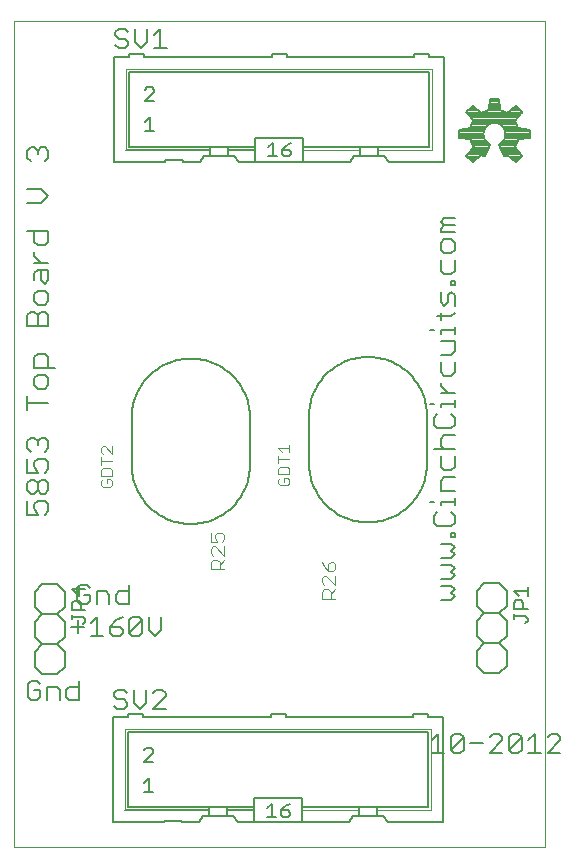
<source format=gto>
G75*
G70*
%OFA0B0*%
%FSLAX24Y24*%
%IPPOS*%
%LPD*%
%AMOC8*
5,1,8,0,0,1.08239X$1,22.5*
%
%ADD10C,0.0000*%
%ADD11C,0.0079*%
%ADD12C,0.0060*%
%ADD13C,0.0050*%
%ADD14C,0.0030*%
%ADD15C,0.0020*%
%ADD16C,0.0070*%
%ADD17C,0.0040*%
D10*
X000100Y000100D02*
X000100Y027659D01*
X017817Y027659D01*
X017817Y000100D01*
X000100Y000100D01*
D11*
X015396Y022949D02*
X015193Y023152D01*
X015435Y023449D01*
X015392Y023528D01*
X015357Y023611D01*
X015332Y023697D01*
X014951Y023736D01*
X014951Y024023D01*
X015332Y024062D01*
X015357Y024148D01*
X015392Y024231D01*
X015435Y024310D01*
X015193Y024607D01*
X015396Y024810D01*
X015693Y024568D01*
X015772Y024611D01*
X015855Y024646D01*
X015941Y024671D01*
X015980Y025052D01*
X016268Y025052D01*
X016306Y024671D01*
X016392Y024646D01*
X016475Y024611D01*
X016554Y024568D01*
X016851Y024810D01*
X017054Y024607D01*
X016812Y024310D01*
X016856Y024231D01*
X016890Y024148D01*
X016915Y024062D01*
X017296Y024023D01*
X017296Y023736D01*
X016915Y023697D01*
X016890Y023611D01*
X016856Y023528D01*
X016812Y023449D01*
X017054Y023152D01*
X016851Y022949D01*
X016554Y023191D01*
X016495Y023158D01*
X016434Y023129D01*
X016265Y023539D01*
X016329Y023573D01*
X016385Y023619D01*
X016431Y023674D01*
X016465Y023738D01*
X016486Y023808D01*
X016493Y023880D01*
X016486Y023952D01*
X016465Y024021D01*
X016431Y024085D01*
X016385Y024141D01*
X016329Y024186D01*
X016265Y024221D01*
X016196Y024242D01*
X016124Y024249D01*
X016052Y024242D01*
X015982Y024221D01*
X015919Y024186D01*
X015863Y024141D01*
X015817Y024085D01*
X015783Y024021D01*
X015762Y023952D01*
X015755Y023880D01*
X015762Y023808D01*
X015783Y023738D01*
X015817Y023674D01*
X015863Y023619D01*
X015919Y023573D01*
X015982Y023539D01*
X015813Y023129D01*
X015752Y023158D01*
X015693Y023191D01*
X015396Y022949D01*
X015382Y022963D02*
X015414Y022963D01*
X015509Y023040D02*
X015305Y023040D01*
X015228Y023118D02*
X015603Y023118D01*
X015840Y023195D02*
X015228Y023195D01*
X015291Y023272D02*
X015872Y023272D01*
X015904Y023349D02*
X015354Y023349D01*
X015417Y023427D02*
X015936Y023427D01*
X015968Y023504D02*
X015405Y023504D01*
X015370Y023581D02*
X015908Y023581D01*
X015830Y023658D02*
X015344Y023658D01*
X015159Y024045D02*
X015795Y024045D01*
X015766Y023967D02*
X014951Y023967D01*
X014951Y023890D02*
X015756Y023890D01*
X015761Y023813D02*
X014951Y023813D01*
X014952Y023736D02*
X015784Y023736D01*
X015847Y024122D02*
X015350Y024122D01*
X015378Y024199D02*
X015942Y024199D01*
X015724Y024585D02*
X016523Y024585D01*
X016575Y024585D02*
X017037Y024585D01*
X016999Y024662D02*
X016670Y024662D01*
X016764Y024740D02*
X016921Y024740D01*
X016974Y024508D02*
X015273Y024508D01*
X015210Y024585D02*
X015672Y024585D01*
X015578Y024662D02*
X015249Y024662D01*
X015326Y024740D02*
X015483Y024740D01*
X015336Y024431D02*
X016911Y024431D01*
X016848Y024353D02*
X015399Y024353D01*
X015417Y024276D02*
X016831Y024276D01*
X016869Y024199D02*
X016305Y024199D01*
X016400Y024122D02*
X016898Y024122D01*
X017089Y024045D02*
X016452Y024045D01*
X016481Y023967D02*
X017296Y023967D01*
X017296Y023890D02*
X016492Y023890D01*
X016486Y023813D02*
X017296Y023813D01*
X017296Y023736D02*
X016463Y023736D01*
X016417Y023658D02*
X016904Y023658D01*
X016878Y023581D02*
X016339Y023581D01*
X016279Y023504D02*
X016842Y023504D01*
X016831Y023427D02*
X016311Y023427D01*
X016343Y023349D02*
X016894Y023349D01*
X016957Y023272D02*
X016375Y023272D01*
X016407Y023195D02*
X017020Y023195D01*
X017020Y023118D02*
X016644Y023118D01*
X016738Y023040D02*
X016942Y023040D01*
X016865Y022963D02*
X016833Y022963D01*
X016335Y024662D02*
X015912Y024662D01*
X015948Y024740D02*
X016299Y024740D01*
X016291Y024817D02*
X015956Y024817D01*
X015964Y024894D02*
X016284Y024894D01*
X016276Y024971D02*
X015972Y024971D01*
X015979Y025049D02*
X016268Y025049D01*
D12*
X014794Y021072D02*
X014444Y021072D01*
X014327Y020955D01*
X014444Y020838D01*
X014794Y020838D01*
X014794Y020605D02*
X014327Y020605D01*
X014327Y020722D01*
X014444Y020838D01*
X014444Y020372D02*
X014327Y020255D01*
X014327Y020022D01*
X014444Y019905D01*
X014678Y019905D01*
X014794Y020022D01*
X014794Y020255D01*
X014678Y020372D01*
X014444Y020372D01*
X014327Y019672D02*
X014327Y019322D01*
X014444Y019205D01*
X014678Y019205D01*
X014794Y019322D01*
X014794Y019672D01*
X014794Y018972D02*
X014678Y018972D01*
X014678Y018855D01*
X014794Y018855D01*
X014794Y018972D01*
X014678Y018623D02*
X014561Y018506D01*
X014561Y018272D01*
X014444Y018156D01*
X014327Y018272D01*
X014327Y018623D01*
X014678Y018623D02*
X014794Y018506D01*
X014794Y018156D01*
X014794Y017923D02*
X014678Y017806D01*
X014211Y017806D01*
X014327Y017689D02*
X014327Y017923D01*
X014327Y017339D02*
X014794Y017339D01*
X014794Y017222D02*
X014794Y017456D01*
X014794Y016990D02*
X014327Y016990D01*
X014327Y017222D02*
X014327Y017339D01*
X014094Y017339D02*
X013977Y017339D01*
X014327Y016523D02*
X014678Y016523D01*
X014794Y016639D01*
X014794Y016990D01*
X014794Y016290D02*
X014794Y015940D01*
X014678Y015823D01*
X014444Y015823D01*
X014327Y015940D01*
X014327Y016290D01*
X014327Y015590D02*
X014327Y015473D01*
X014561Y015240D01*
X014794Y015240D02*
X014327Y015240D01*
X014327Y014890D02*
X014794Y014890D01*
X014794Y014773D02*
X014794Y015007D01*
X014678Y014540D02*
X014794Y014424D01*
X014794Y014190D01*
X014678Y014073D01*
X014211Y014073D01*
X014094Y014190D01*
X014094Y014424D01*
X014211Y014540D01*
X014327Y014773D02*
X014327Y014890D01*
X014094Y014890D02*
X013977Y014890D01*
X014444Y013841D02*
X014327Y013724D01*
X014327Y013490D01*
X014444Y013374D01*
X014327Y013141D02*
X014327Y012791D01*
X014444Y012674D01*
X014678Y012674D01*
X014794Y012791D01*
X014794Y013141D01*
X014794Y013374D02*
X014094Y013374D01*
X014444Y013841D02*
X014794Y013841D01*
X014794Y012441D02*
X014444Y012441D01*
X014327Y012324D01*
X014327Y011974D01*
X014794Y011974D01*
X014794Y011741D02*
X014794Y011507D01*
X014794Y011624D02*
X014327Y011624D01*
X014327Y011507D01*
X014211Y011275D02*
X014094Y011158D01*
X014094Y010924D01*
X014211Y010808D01*
X014678Y010808D01*
X014794Y010924D01*
X014794Y011158D01*
X014678Y011275D01*
X014678Y010575D02*
X014794Y010575D01*
X014794Y010458D01*
X014678Y010458D01*
X014678Y010575D01*
X014678Y010225D02*
X014327Y010225D01*
X014327Y009758D02*
X014678Y009758D01*
X014794Y009875D01*
X014678Y009991D01*
X014794Y010108D01*
X014678Y010225D01*
X014678Y009525D02*
X014327Y009525D01*
X014678Y009525D02*
X014794Y009408D01*
X014678Y009292D01*
X014794Y009175D01*
X014678Y009058D01*
X014327Y009058D01*
X014327Y008825D02*
X014678Y008825D01*
X014794Y008709D01*
X014678Y008592D01*
X014794Y008475D01*
X014678Y008358D01*
X014327Y008358D01*
X015533Y008149D02*
X015533Y008649D01*
X015783Y008899D01*
X016283Y008899D01*
X016533Y008649D01*
X016533Y008149D01*
X016283Y007899D01*
X016533Y007649D01*
X016533Y007149D01*
X016283Y006899D01*
X016533Y006649D01*
X016533Y006149D01*
X016283Y005899D01*
X015783Y005899D01*
X015533Y006149D01*
X015533Y006649D01*
X015783Y006899D01*
X015533Y007149D01*
X015533Y007649D01*
X015783Y007899D01*
X015533Y008149D01*
X015783Y007899D02*
X016283Y007899D01*
X016283Y006899D02*
X015783Y006899D01*
X016068Y003881D02*
X015961Y003774D01*
X016068Y003881D02*
X016282Y003881D01*
X016388Y003774D01*
X016388Y003667D01*
X015961Y003240D01*
X016388Y003240D01*
X016606Y003347D02*
X016606Y003774D01*
X016713Y003881D01*
X016926Y003881D01*
X017033Y003774D01*
X016606Y003347D01*
X016713Y003240D01*
X016926Y003240D01*
X017033Y003347D01*
X017033Y003774D01*
X017250Y003667D02*
X017464Y003881D01*
X017464Y003240D01*
X017677Y003240D02*
X017250Y003240D01*
X017895Y003240D02*
X018322Y003667D01*
X018322Y003774D01*
X018215Y003881D01*
X018002Y003881D01*
X017895Y003774D01*
X017895Y003240D02*
X018322Y003240D01*
X015744Y003561D02*
X015317Y003561D01*
X015099Y003774D02*
X015099Y003347D01*
X014992Y003240D01*
X014779Y003240D01*
X014672Y003347D01*
X015099Y003774D01*
X014992Y003881D01*
X014779Y003881D01*
X014672Y003774D01*
X014672Y003347D01*
X014455Y003240D02*
X014028Y003240D01*
X014241Y003240D02*
X014241Y003881D01*
X014028Y003667D01*
X013977Y011624D02*
X014094Y011624D01*
X005025Y007778D02*
X005025Y007351D01*
X004811Y007138D01*
X004598Y007351D01*
X004598Y007778D01*
X004380Y007672D02*
X003953Y007245D01*
X004060Y007138D01*
X004274Y007138D01*
X004380Y007245D01*
X004380Y007672D01*
X004274Y007778D01*
X004060Y007778D01*
X003953Y007672D01*
X003953Y007245D01*
X003736Y007245D02*
X003629Y007138D01*
X003416Y007138D01*
X003309Y007245D01*
X003309Y007458D01*
X003629Y007458D01*
X003736Y007351D01*
X003736Y007245D01*
X003522Y007672D02*
X003309Y007458D01*
X003522Y007672D02*
X003736Y007778D01*
X003612Y008201D02*
X003506Y008308D01*
X003506Y008521D01*
X003612Y008628D01*
X003933Y008628D01*
X003933Y008841D02*
X003933Y008201D01*
X003612Y008201D01*
X003288Y008201D02*
X003288Y008521D01*
X003181Y008628D01*
X002861Y008628D01*
X002861Y008201D01*
X002644Y008308D02*
X002644Y008521D01*
X002430Y008521D01*
X002217Y008308D02*
X002323Y008201D01*
X002537Y008201D01*
X002644Y008308D01*
X002878Y007778D02*
X002878Y007138D01*
X003091Y007138D02*
X002664Y007138D01*
X002447Y007458D02*
X002020Y007458D01*
X002233Y007672D02*
X002233Y007245D01*
X002664Y007565D02*
X002878Y007778D01*
X002217Y008308D02*
X002217Y008735D01*
X002323Y008841D01*
X002537Y008841D01*
X002644Y008735D01*
X001797Y008626D02*
X001797Y008126D01*
X001547Y007876D01*
X001797Y007626D01*
X001797Y007126D01*
X001547Y006876D01*
X001797Y006626D01*
X001797Y006126D01*
X001547Y005876D01*
X001047Y005876D01*
X000797Y006126D01*
X000797Y006626D01*
X001047Y006876D01*
X000797Y007126D01*
X000797Y007626D01*
X001047Y007876D01*
X000797Y008126D01*
X000797Y008626D01*
X001047Y008876D01*
X001547Y008876D01*
X001797Y008626D01*
X001547Y007876D02*
X001047Y007876D01*
X001047Y006876D02*
X001547Y006876D01*
X000883Y005652D02*
X000670Y005652D01*
X000563Y005546D01*
X000563Y005119D01*
X000670Y005012D01*
X000883Y005012D01*
X000990Y005119D01*
X000990Y005332D01*
X000777Y005332D01*
X000990Y005546D02*
X000883Y005652D01*
X001208Y005439D02*
X001208Y005012D01*
X001208Y005439D02*
X001528Y005439D01*
X001635Y005332D01*
X001635Y005012D01*
X001852Y005119D02*
X001852Y005332D01*
X001959Y005439D01*
X002279Y005439D01*
X002279Y005652D02*
X002279Y005012D01*
X001959Y005012D01*
X001852Y005119D01*
X001134Y011193D02*
X001251Y011310D01*
X001251Y011543D01*
X001134Y011660D01*
X000901Y011660D01*
X000784Y011543D01*
X000784Y011427D01*
X000901Y011193D01*
X000551Y011193D01*
X000551Y011660D01*
X000667Y011893D02*
X000784Y011893D01*
X000901Y012010D01*
X000901Y012243D01*
X001018Y012360D01*
X001134Y012360D01*
X001251Y012243D01*
X001251Y012010D01*
X001134Y011893D01*
X001018Y011893D01*
X000901Y012010D01*
X000901Y012243D02*
X000784Y012360D01*
X000667Y012360D01*
X000551Y012243D01*
X000551Y012010D01*
X000667Y011893D01*
X000551Y012593D02*
X000901Y012593D01*
X000784Y012826D01*
X000784Y012943D01*
X000901Y013060D01*
X001134Y013060D01*
X001251Y012943D01*
X001251Y012709D01*
X001134Y012593D01*
X001134Y013292D02*
X001251Y013409D01*
X001251Y013643D01*
X001134Y013759D01*
X001018Y013759D01*
X000901Y013643D01*
X000901Y013526D01*
X000901Y013643D02*
X000784Y013759D01*
X000667Y013759D01*
X000551Y013643D01*
X000551Y013409D01*
X000667Y013292D01*
X000551Y013060D02*
X000551Y012593D01*
X000551Y014692D02*
X000551Y015159D01*
X000551Y014926D02*
X001251Y014926D01*
X001134Y015392D02*
X000901Y015392D01*
X000784Y015509D01*
X000784Y015742D01*
X000901Y015859D01*
X001134Y015859D01*
X001251Y015742D01*
X001251Y015509D01*
X001134Y015392D01*
X001251Y016092D02*
X001251Y016442D01*
X001134Y016559D01*
X000901Y016559D01*
X000784Y016442D01*
X000784Y016092D01*
X001485Y016092D01*
X001251Y017491D02*
X000551Y017491D01*
X000551Y017841D01*
X000667Y017958D01*
X000784Y017958D01*
X000901Y017841D01*
X001018Y017958D01*
X001134Y017958D01*
X001251Y017841D01*
X001251Y017491D01*
X000901Y017491D02*
X000901Y017841D01*
X000901Y018191D02*
X001134Y018191D01*
X001251Y018308D01*
X001251Y018541D01*
X001134Y018658D01*
X000901Y018658D01*
X000784Y018541D01*
X000784Y018308D01*
X000901Y018191D01*
X001134Y018891D02*
X001018Y019008D01*
X001018Y019358D01*
X000901Y019358D02*
X001251Y019358D01*
X001251Y019008D01*
X001134Y018891D01*
X000784Y019008D02*
X000784Y019241D01*
X000901Y019358D01*
X001018Y019591D02*
X000784Y019824D01*
X000784Y019941D01*
X000901Y020174D02*
X000784Y020290D01*
X000784Y020641D01*
X000551Y020641D02*
X001251Y020641D01*
X001251Y020290D01*
X001134Y020174D01*
X000901Y020174D01*
X000784Y019591D02*
X001251Y019591D01*
X001018Y021573D02*
X000551Y021573D01*
X001018Y021573D02*
X001251Y021807D01*
X001018Y022040D01*
X000551Y022040D01*
X000667Y022973D02*
X000551Y023090D01*
X000551Y023323D01*
X000667Y023440D01*
X000784Y023440D01*
X000901Y023323D01*
X001018Y023440D01*
X001134Y023440D01*
X001251Y023323D01*
X001251Y023090D01*
X001134Y022973D01*
X000901Y023206D02*
X000901Y023323D01*
D13*
X003458Y022956D02*
X005158Y022956D01*
X005158Y023006D01*
X005758Y023006D01*
X005758Y022956D01*
X006308Y022956D01*
X006458Y023156D01*
X006658Y023156D01*
X007258Y023156D01*
X007458Y023156D01*
X007608Y022956D01*
X008158Y022956D01*
X008158Y023356D01*
X007258Y023356D01*
X007258Y023456D01*
X006658Y023456D01*
X003958Y023456D01*
X003958Y025956D01*
X013958Y025956D01*
X013958Y023456D01*
X012258Y023456D01*
X011658Y023456D01*
X009758Y023456D01*
X009758Y023356D01*
X009758Y022956D01*
X008158Y022956D01*
X008158Y023356D02*
X008158Y023456D01*
X007258Y023456D01*
X007258Y023356D02*
X007258Y023156D01*
X006658Y023156D02*
X006658Y023356D01*
X006658Y023456D01*
X006658Y023356D02*
X003858Y023356D01*
X003458Y022956D02*
X003458Y026456D01*
X003958Y026456D01*
X003958Y026556D01*
X004458Y026556D01*
X004458Y026456D01*
X008708Y026456D01*
X008708Y026556D01*
X009208Y026556D01*
X009208Y026456D01*
X013458Y026456D01*
X013458Y026556D01*
X013958Y026556D01*
X013958Y026456D01*
X014458Y026456D01*
X014458Y022956D01*
X012608Y022956D01*
X012458Y023156D01*
X012258Y023156D01*
X011658Y023156D01*
X011458Y023156D01*
X011308Y022956D01*
X009758Y022956D01*
X009758Y023456D02*
X009758Y023756D01*
X008158Y023756D01*
X008158Y023456D01*
X008583Y023432D02*
X008733Y023582D01*
X008733Y023131D01*
X008583Y023131D02*
X008884Y023131D01*
X009044Y023206D02*
X009044Y023356D01*
X009269Y023356D01*
X009344Y023281D01*
X009344Y023206D01*
X009269Y023131D01*
X009119Y023131D01*
X009044Y023206D01*
X009044Y023356D02*
X009194Y023507D01*
X009344Y023582D01*
X011658Y023456D02*
X011658Y023356D01*
X011658Y023156D01*
X012258Y023156D02*
X012258Y023356D01*
X012258Y023456D01*
X011911Y016443D02*
X011817Y016441D01*
X011724Y016434D01*
X011631Y016423D01*
X011538Y016407D01*
X011447Y016387D01*
X011356Y016363D01*
X011267Y016335D01*
X011179Y016302D01*
X011093Y016265D01*
X011009Y016224D01*
X010927Y016179D01*
X010846Y016130D01*
X010769Y016078D01*
X010694Y016022D01*
X010622Y015962D01*
X010552Y015899D01*
X010486Y015833D01*
X010423Y015763D01*
X010363Y015691D01*
X010307Y015616D01*
X010255Y015539D01*
X010206Y015459D01*
X010161Y015376D01*
X010120Y015292D01*
X010083Y015206D01*
X010050Y015118D01*
X010022Y015029D01*
X009998Y014938D01*
X009978Y014847D01*
X009962Y014754D01*
X009951Y014661D01*
X009944Y014568D01*
X009942Y014474D01*
X009943Y014474D02*
X009943Y012899D01*
X009942Y012899D02*
X009944Y012805D01*
X009951Y012712D01*
X009962Y012619D01*
X009978Y012526D01*
X009998Y012435D01*
X010022Y012344D01*
X010050Y012255D01*
X010083Y012167D01*
X010120Y012081D01*
X010161Y011997D01*
X010206Y011915D01*
X010255Y011834D01*
X010307Y011757D01*
X010363Y011682D01*
X010423Y011610D01*
X010486Y011540D01*
X010552Y011474D01*
X010622Y011411D01*
X010694Y011351D01*
X010769Y011295D01*
X010846Y011243D01*
X010926Y011194D01*
X011009Y011149D01*
X011093Y011108D01*
X011179Y011071D01*
X011267Y011038D01*
X011356Y011010D01*
X011447Y010986D01*
X011538Y010966D01*
X011631Y010950D01*
X011724Y010939D01*
X011817Y010932D01*
X011911Y010930D01*
X012005Y010932D01*
X012098Y010939D01*
X012191Y010950D01*
X012284Y010966D01*
X012375Y010986D01*
X012466Y011010D01*
X012555Y011038D01*
X012643Y011071D01*
X012729Y011108D01*
X012813Y011149D01*
X012896Y011194D01*
X012976Y011243D01*
X013053Y011295D01*
X013128Y011351D01*
X013200Y011411D01*
X013270Y011474D01*
X013336Y011540D01*
X013399Y011610D01*
X013459Y011682D01*
X013515Y011757D01*
X013567Y011834D01*
X013616Y011915D01*
X013661Y011997D01*
X013702Y012081D01*
X013739Y012167D01*
X013772Y012255D01*
X013800Y012344D01*
X013824Y012435D01*
X013844Y012526D01*
X013860Y012619D01*
X013871Y012712D01*
X013878Y012805D01*
X013880Y012899D01*
X013880Y014474D01*
X013878Y014568D01*
X013871Y014661D01*
X013860Y014754D01*
X013844Y014847D01*
X013824Y014938D01*
X013800Y015029D01*
X013772Y015118D01*
X013739Y015206D01*
X013702Y015292D01*
X013661Y015376D01*
X013616Y015459D01*
X013567Y015539D01*
X013515Y015616D01*
X013459Y015691D01*
X013399Y015763D01*
X013336Y015833D01*
X013270Y015899D01*
X013200Y015962D01*
X013128Y016022D01*
X013053Y016078D01*
X012976Y016130D01*
X012896Y016179D01*
X012813Y016224D01*
X012729Y016265D01*
X012643Y016302D01*
X012555Y016335D01*
X012466Y016363D01*
X012375Y016387D01*
X012284Y016407D01*
X012191Y016423D01*
X012098Y016434D01*
X012005Y016441D01*
X011911Y016443D01*
X007974Y014423D02*
X007974Y012848D01*
X006006Y010879D02*
X005912Y010881D01*
X005819Y010888D01*
X005726Y010899D01*
X005633Y010915D01*
X005542Y010935D01*
X005451Y010959D01*
X005362Y010987D01*
X005274Y011020D01*
X005188Y011057D01*
X005104Y011098D01*
X005021Y011143D01*
X004941Y011192D01*
X004864Y011244D01*
X004789Y011300D01*
X004717Y011360D01*
X004647Y011423D01*
X004581Y011489D01*
X004518Y011559D01*
X004458Y011631D01*
X004402Y011706D01*
X004350Y011783D01*
X004301Y011864D01*
X004256Y011946D01*
X004215Y012030D01*
X004178Y012116D01*
X004145Y012204D01*
X004117Y012293D01*
X004093Y012384D01*
X004073Y012475D01*
X004057Y012568D01*
X004046Y012661D01*
X004039Y012754D01*
X004037Y012848D01*
X004037Y014423D01*
X004039Y014517D01*
X004046Y014610D01*
X004057Y014703D01*
X004073Y014796D01*
X004093Y014887D01*
X004117Y014978D01*
X004145Y015067D01*
X004178Y015155D01*
X004215Y015241D01*
X004256Y015325D01*
X004301Y015408D01*
X004350Y015488D01*
X004402Y015565D01*
X004458Y015640D01*
X004518Y015712D01*
X004581Y015782D01*
X004647Y015848D01*
X004717Y015911D01*
X004789Y015971D01*
X004864Y016027D01*
X004941Y016079D01*
X005022Y016128D01*
X005104Y016173D01*
X005188Y016214D01*
X005274Y016251D01*
X005362Y016284D01*
X005451Y016312D01*
X005542Y016336D01*
X005633Y016356D01*
X005726Y016372D01*
X005819Y016383D01*
X005912Y016390D01*
X006006Y016392D01*
X006100Y016390D01*
X006193Y016383D01*
X006286Y016372D01*
X006379Y016356D01*
X006470Y016336D01*
X006561Y016312D01*
X006650Y016284D01*
X006738Y016251D01*
X006824Y016214D01*
X006908Y016173D01*
X006990Y016128D01*
X007071Y016079D01*
X007148Y016027D01*
X007223Y015971D01*
X007295Y015911D01*
X007365Y015848D01*
X007431Y015782D01*
X007494Y015712D01*
X007554Y015640D01*
X007610Y015565D01*
X007662Y015488D01*
X007711Y015408D01*
X007756Y015325D01*
X007797Y015241D01*
X007834Y015155D01*
X007867Y015067D01*
X007895Y014978D01*
X007919Y014887D01*
X007939Y014796D01*
X007955Y014703D01*
X007966Y014610D01*
X007973Y014517D01*
X007975Y014423D01*
X007975Y012848D02*
X007973Y012754D01*
X007966Y012661D01*
X007955Y012568D01*
X007939Y012475D01*
X007919Y012384D01*
X007895Y012293D01*
X007867Y012204D01*
X007834Y012116D01*
X007797Y012030D01*
X007756Y011946D01*
X007711Y011864D01*
X007662Y011783D01*
X007610Y011706D01*
X007554Y011631D01*
X007494Y011559D01*
X007431Y011489D01*
X007365Y011423D01*
X007295Y011360D01*
X007223Y011300D01*
X007148Y011244D01*
X007071Y011192D01*
X006991Y011143D01*
X006908Y011098D01*
X006824Y011057D01*
X006738Y011020D01*
X006650Y010987D01*
X006561Y010959D01*
X006470Y010935D01*
X006379Y010915D01*
X006286Y010899D01*
X006193Y010888D01*
X006100Y010881D01*
X006006Y010879D01*
X002492Y008695D02*
X002041Y008695D01*
X002267Y008470D01*
X002267Y008770D01*
X002267Y008310D02*
X002117Y008310D01*
X002041Y008235D01*
X002041Y008010D01*
X002492Y008010D01*
X002342Y008010D02*
X002342Y008235D01*
X002267Y008310D01*
X002041Y007850D02*
X002041Y007700D01*
X002041Y007775D02*
X002417Y007775D01*
X002492Y007700D01*
X002492Y007624D01*
X002417Y007549D01*
X003919Y004529D02*
X003919Y004429D01*
X003419Y004429D01*
X003419Y000929D01*
X005119Y000929D01*
X005119Y000979D01*
X005719Y000979D01*
X005719Y000929D01*
X006269Y000929D01*
X006419Y001129D01*
X006619Y001129D01*
X007219Y001129D01*
X007419Y001129D01*
X007569Y000929D01*
X008119Y000929D01*
X008119Y001329D01*
X007219Y001329D01*
X007219Y001429D01*
X006619Y001429D01*
X003919Y001429D01*
X003919Y003929D01*
X013919Y003929D01*
X013919Y001429D01*
X012219Y001429D01*
X011619Y001429D01*
X009719Y001429D01*
X009719Y001329D01*
X009719Y000929D01*
X008119Y000929D01*
X008119Y001329D02*
X008119Y001429D01*
X007219Y001429D01*
X007219Y001329D02*
X007219Y001129D01*
X006619Y001129D02*
X006619Y001329D01*
X006619Y001429D01*
X006619Y001329D02*
X003819Y001329D01*
X004444Y001954D02*
X004744Y001954D01*
X004594Y001954D02*
X004594Y002404D01*
X004444Y002254D01*
X004444Y002954D02*
X004744Y003254D01*
X004744Y003329D01*
X004669Y003404D01*
X004519Y003404D01*
X004444Y003329D01*
X004444Y002954D02*
X004744Y002954D01*
X004419Y004429D02*
X008669Y004429D01*
X008669Y004529D01*
X009169Y004529D01*
X009169Y004429D01*
X013419Y004429D01*
X013419Y004529D01*
X013919Y004529D01*
X013919Y004429D01*
X014419Y004429D01*
X014419Y000929D01*
X012569Y000929D01*
X012419Y001129D01*
X012219Y001129D01*
X011619Y001129D01*
X011419Y001129D01*
X011269Y000929D01*
X009719Y000929D01*
X009305Y001179D02*
X009229Y001104D01*
X009079Y001104D01*
X009004Y001179D01*
X009004Y001329D01*
X009229Y001329D01*
X009305Y001254D01*
X009305Y001179D01*
X009154Y001479D02*
X009004Y001329D01*
X009154Y001479D02*
X009305Y001554D01*
X009719Y001429D02*
X009719Y001729D01*
X008119Y001729D01*
X008119Y001429D01*
X008544Y001404D02*
X008694Y001554D01*
X008694Y001104D01*
X008544Y001104D02*
X008844Y001104D01*
X011619Y001129D02*
X011619Y001329D01*
X011619Y001429D01*
X012219Y001429D02*
X012219Y001329D01*
X012219Y001129D01*
X016778Y007723D02*
X016778Y007873D01*
X016778Y007798D02*
X017153Y007798D01*
X017228Y007723D01*
X017228Y007648D01*
X017153Y007573D01*
X017078Y008033D02*
X017078Y008259D01*
X017003Y008334D01*
X016853Y008334D01*
X016778Y008259D01*
X016778Y008033D01*
X017228Y008033D01*
X017228Y008494D02*
X017228Y008794D01*
X017228Y008644D02*
X016778Y008644D01*
X016928Y008494D01*
X004784Y023981D02*
X004483Y023981D01*
X004633Y023981D02*
X004633Y024432D01*
X004483Y024282D01*
X004483Y024981D02*
X004784Y025282D01*
X004784Y025357D01*
X004708Y025432D01*
X004558Y025432D01*
X004483Y025357D01*
X004483Y024981D02*
X004784Y024981D01*
X004419Y004529D02*
X003919Y004529D01*
X004419Y004529D02*
X004419Y004429D01*
D14*
X003322Y012119D02*
X003076Y012119D01*
X003014Y012181D01*
X003014Y012304D01*
X003076Y012366D01*
X003199Y012366D02*
X003199Y012242D01*
X003199Y012366D02*
X003322Y012366D01*
X003384Y012304D01*
X003384Y012181D01*
X003322Y012119D01*
X003384Y012487D02*
X003384Y012672D01*
X003322Y012734D01*
X003076Y012734D01*
X003014Y012672D01*
X003014Y012487D01*
X003384Y012487D01*
X003384Y012979D02*
X003014Y012979D01*
X003014Y012856D02*
X003014Y013102D01*
X003076Y013224D02*
X003014Y013286D01*
X003014Y013409D01*
X003076Y013471D01*
X003137Y013471D01*
X003384Y013224D01*
X003384Y013471D01*
X008919Y013399D02*
X009290Y013399D01*
X009290Y013522D02*
X009290Y013275D01*
X009290Y013030D02*
X008919Y013030D01*
X008919Y012907D02*
X008919Y013154D01*
X009043Y013275D02*
X008919Y013399D01*
X008981Y012785D02*
X008919Y012724D01*
X008919Y012538D01*
X009290Y012538D01*
X009290Y012724D01*
X009228Y012785D01*
X008981Y012785D01*
X008981Y012417D02*
X008919Y012355D01*
X008919Y012232D01*
X008981Y012170D01*
X009228Y012170D01*
X009290Y012232D01*
X009290Y012355D01*
X009228Y012417D01*
X009105Y012417D01*
X009105Y012294D01*
D15*
X014019Y004029D02*
X003819Y004029D01*
X003819Y001329D01*
X009719Y001329D02*
X011619Y001329D01*
X012219Y001329D02*
X014019Y001329D01*
X014019Y004029D01*
X014058Y023356D02*
X012258Y023356D01*
X011658Y023356D02*
X009758Y023356D01*
X014058Y023356D02*
X014058Y026056D01*
X003858Y026056D01*
X003858Y023356D01*
D16*
X003809Y026741D02*
X003598Y026741D01*
X003493Y026846D01*
X003598Y027057D02*
X003809Y027057D01*
X003914Y026951D01*
X003914Y026846D01*
X003809Y026741D01*
X004138Y026951D02*
X004348Y026741D01*
X004558Y026951D01*
X004558Y027372D01*
X004782Y027162D02*
X004993Y027372D01*
X004993Y026741D01*
X005203Y026741D02*
X004782Y026741D01*
X004138Y026951D02*
X004138Y027372D01*
X003914Y027267D02*
X003809Y027372D01*
X003598Y027372D01*
X003493Y027267D01*
X003493Y027162D01*
X003598Y027057D01*
X003559Y005344D02*
X003454Y005239D01*
X003454Y005134D01*
X003559Y005029D01*
X003769Y005029D01*
X003874Y004924D01*
X003874Y004819D01*
X003769Y004714D01*
X003559Y004714D01*
X003454Y004819D01*
X003559Y005344D02*
X003769Y005344D01*
X003874Y005239D01*
X004098Y005344D02*
X004098Y004924D01*
X004309Y004714D01*
X004519Y004924D01*
X004519Y005344D01*
X004743Y005239D02*
X004848Y005344D01*
X005058Y005344D01*
X005163Y005239D01*
X005163Y005134D01*
X004743Y004714D01*
X005163Y004714D01*
D17*
X006661Y009366D02*
X006661Y009596D01*
X006737Y009673D01*
X006891Y009673D01*
X006967Y009596D01*
X006967Y009366D01*
X006967Y009519D02*
X007121Y009673D01*
X007121Y009826D02*
X006814Y010133D01*
X006737Y010133D01*
X006661Y010056D01*
X006661Y009903D01*
X006737Y009826D01*
X007121Y009826D02*
X007121Y010133D01*
X007044Y010286D02*
X007121Y010363D01*
X007121Y010517D01*
X007044Y010593D01*
X006891Y010593D01*
X006814Y010517D01*
X006814Y010440D01*
X006891Y010286D01*
X006661Y010286D01*
X006661Y010593D01*
X006661Y009366D02*
X007121Y009366D01*
X010362Y009619D02*
X010439Y009465D01*
X010592Y009312D01*
X010592Y009542D01*
X010669Y009619D01*
X010746Y009619D01*
X010823Y009542D01*
X010823Y009388D01*
X010746Y009312D01*
X010592Y009312D01*
X010516Y009158D02*
X010439Y009158D01*
X010362Y009081D01*
X010362Y008928D01*
X010439Y008851D01*
X010439Y008698D02*
X010592Y008698D01*
X010669Y008621D01*
X010669Y008391D01*
X010669Y008544D02*
X010823Y008698D01*
X010823Y008851D02*
X010516Y009158D01*
X010439Y008698D02*
X010362Y008621D01*
X010362Y008391D01*
X010823Y008391D01*
X010823Y008851D02*
X010823Y009158D01*
M02*

</source>
